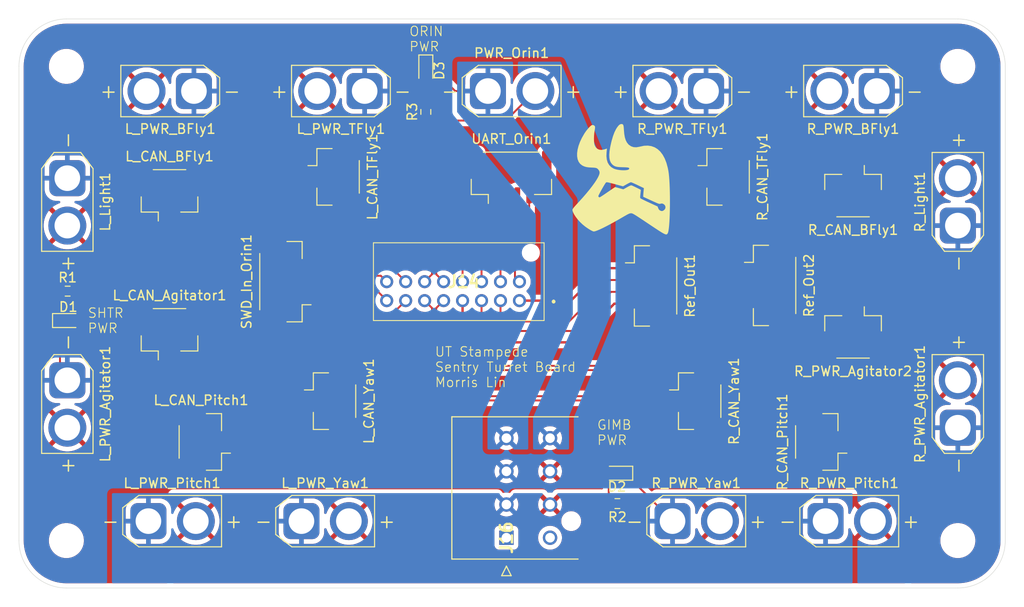
<source format=kicad_pcb>
(kicad_pcb (version 20241229) (generator "pcbnew") (generator_version "9.0")
  (layers (0 "F.Cu" signal) (2 "B.Cu" signal) (13 "F.Paste" user) (15 "B.Paste" user) (5 "F.SilkS" user "F.Silkscreen") (7 "B.SilkS" user "B.Silkscreen") (1 "F.Mask" user) (3 "B.Mask" user) (25 "Edge.Cuts" user))
  (net 0 "")
  (net 1 "/Shooter_{GND}")
  (net 2 "Net-(D1-A)")
  (net 3 "/Gimbal_{GND}")
  (net 4 "Net-(D2-A)")
  (net 5 "/OrinPWR_{GND}")
  (net 6 "Net-(D3-A)")
  (net 7 "/SWD_{SWCLK}")
  (net 8 "/CAN1+")
  (net 9 "/UART_{3V3}")
  (net 10 "/SWD_{GND}")
  (net 11 "/CAN1-")
  (net 12 "/UART_{RX}")
  (net 13 "/UART_{TX}")
  (net 14 "/Ref_{PWR}")
  (net 15 "/Ref_{CAN}-")
  (net 16 "/Ref_{CAN}+")
  (net 17 "/Ref_{GND}")
  (net 18 "/SWD_{3V3}")
  (net 19 "/SWD_{SWDIO}")
  (net 20 "/UART_{GND}")
  (net 21 "/OrinPWR_{+19V}")
  (net 22 "/Gimbal_{+24V}")
  (net 23 "/Shooter_{+24V}")
  (net 24 "/CAN2+")
  (net 25 "/CAN2-")
  (footprint "Connector_JST:JST_GH_BM02B-GHS-TBT_1x02-1MP_P1.25mm_Vertical" (layer "F.Cu") (at 110.45 40.75 180)
    (property "Reference" "R_CAN_BFly1" (at 0 -4 0) (layer "F.SilkS"))
    (property "Value" "Conn_01x02_Pin")
    (pad "1" smd roundrect (at -0.625 1.95 180) (size 0.6 1.7) (layers "F.Cu" "F.Mask" "F.Paste") (net 25 "/CAN2-"))
    (pad "2" smd roundrect (at 0.625 1.95 180) (size 0.6 1.7) (layers "F.Cu" "F.Mask" "F.Paste") (net 24 "/CAN2+"))
    (pad "MP" smd roundrect (at -2.475 -1.4 180) (size 1 2.8) (layers "F.Cu" "F.Mask" "F.Paste"))
    (pad "MP" smd roundrect (at 2.475 -1.4 180) (size 1 2.8) (layers "F.Cu" "F.Mask" "F.Paste"))
  )
  (footprint "LED_SMD:LED_0603_1608Metric_Pad1.05x0.95mm_HandSolder" (layer "F.Cu") (at 65.4 27.955 -90)
    (property "Reference" "D3" (at 0 -1.43 90) (layer "F.SilkS"))
    (property "Value" "150060YS75000")
    (pad "1" smd roundrect (at -0.875 0 270) (size 1.05 0.95) (layers "F.Cu" "F.Mask" "F.Paste") (net 5 "/OrinPWR_{GND}"))
    (pad "2" smd roundrect (at 0.875 0 270) (size 1.05 0.95) (layers "F.Cu" "F.Mask" "F.Paste") (net 6 "Net-(D3-A)"))
  )
  (footprint "MountingHole:MountingHole_3.2mm_M3" (layer "F.Cu") (at 27.5 77.5)
    (property "Reference" "H2" (hide yes))
    (property "Value" "MountingHole")
    (pad "" np_thru_hole circle (at 0 0) (size 3.2 3.2) (drill 3.2) (layers "*.Cu" "*.Mask"))
  )
  (footprint "Resistor_SMD:R_0603_1608Metric_Pad0.98x0.95mm_HandSolder" (layer "F.Cu") (at 65.4 32.3 90)
    (property "Reference" "R3" (at 0 -1.43 90) (layer "F.SilkS"))
    (property "Value" "1k")
    (pad "1" smd roundrect (at -0.9125 0 90) (size 0.975 0.95) (layers "F.Cu" "F.Mask" "F.Paste") (net 21 "/OrinPWR_{+19V}"))
    (pad "2" smd roundrect (at 0.9125 0 90) (size 0.975 0.95) (layers "F.Cu" "F.Mask" "F.Paste") (net 6 "Net-(D3-A)"))
  )
  (footprint "Connector_AMASS:AMASS_XT30U-F_1x02_P5.0mm_Vertical" (layer "F.Cu") (at 112.95 30.1 180)
    (property "Reference" "R_PWR_BFly1" (at 2.5 -4 0) (layer "F.SilkS"))
    (property "Value" "Conn_01x02_Pin")
    (fp_text user "+" (at 9 0 0) (layer "F.SilkS") (effects (font (size 1.5 1.5))))
    (fp_text user "-" (at -4 0 0) (layer "F.SilkS") (effects (font (size 1.5 1.5))))
    (pad "1" thru_hole roundrect (at 0 0 180) (size 3.8 3.8) (drill 2.7) (layers "*.Cu" "*.Mask") (roundrect_rratio 0.2) (net 1 "/Shooter_{GND}"))
    (pad "2" thru_hole circle (at 5 0 180) (size 4 4) (drill 2.7) (layers "*.Cu" "*.Mask") (net 23 "/Shooter_{+24V}"))
  )
  (footprint "Connector_JST:JST_GH_BM02B-GHS-TBT_1x02-1MP_P1.25mm_Vertical" (layer "F.Cu") (at 55.775 39.15 -90)
    (property "Reference" "L_CAN_TFly1" (at 0 -4 90) (layer "F.SilkS"))
    (property "Value" "Conn_01x02_Pin")
    (pad "1" smd roundrect (at -0.625 1.95 270) (size 0.6 1.7) (layers "F.Cu" "F.Mask" "F.Paste") (net 25 "/CAN2-"))
    (pad "2" smd roundrect (at 0.625 1.95 270) (size 0.6 1.7) (layers "F.Cu" "F.Mask" "F.Paste") (net 24 "/CAN2+"))
    (pad "MP" smd roundrect (at -2.475 -1.4 270) (size 1 2.8) (layers "F.Cu" "F.Mask" "F.Paste"))
    (pad "MP" smd roundrect (at 2.475 -1.4 270) (size 1 2.8) (layers "F.Cu" "F.Mask" "F.Paste"))
  )
  (footprint "MountingHole:MountingHole_3.2mm_M3" (layer "F.Cu") (at 27.5 27.5)
    (property "Reference" "H1" (hide yes))
    (property "Value" "MountingHole")
    (pad "" np_thru_hole circle (at 0 0) (size 3.2 3.2) (drill 3.2) (layers "*.Cu" "*.Mask"))
  )
  (footprint "Connector_AMASS:AMASS_XT30U-F_1x02_P5.0mm_Vertical" (layer "F.Cu") (at 94.95 30.1 180)
    (property "Reference" "R_PWR_TFly1" (at 2.5 -4 180) (layer "F.SilkS"))
    (property "Value" "Conn_01x02_Pin")
    (fp_text user "-" (at -4 0 180) (layer "F.SilkS") (effects (font (size 1.5 1.5))))
    (fp_text user "+" (at 9 0 180) (layer "F.SilkS") (effects (font (size 1.5 1.5))))
    (pad "1" thru_hole roundrect (at 0 0 180) (size 3.8 3.8) (drill 2.7) (layers "*.Cu" "*.Mask") (roundrect_rratio 0.2) (net 1 "/Shooter_{GND}"))
    (pad "2" thru_hole circle (at 5 0 180) (size 4 4) (drill 2.7) (layers "*.Cu" "*.Mask") (net 23 "/Shooter_{+24V}"))
  )
  (footprint "Connector_JST:JST_GH_BM02B-GHS-TBT_1x02-1MP_P1.25mm_Vertical" (layer "F.Cu") (at 55.4 62.8 -90)
    (property "Reference" "L_CAN_Yaw1" (at 0 -4 90) (layer "F.SilkS"))
    (property "Value" "Conn_01x02_Pin")
    (pad "1" smd roundrect (at -0.625 1.95 270) (size 0.6 1.7) (layers "F.Cu" "F.Mask" "F.Paste") (net 11 "/CAN1-"))
    (pad "2" smd roundrect (at 0.625 1.95 270) (size 0.6 1.7) (layers "F.Cu" "F.Mask" "F.Paste") (net 8 "/CAN1+"))
    (pad "MP" smd roundrect (at -2.475 -1.4 270) (size 1 2.8) (layers "F.Cu" "F.Mask" "F.Paste"))
    (pad "MP" smd roundrect (at 2.475 -1.4 270) (size 1 2.8) (layers "F.Cu" "F.Mask" "F.Paste"))
  )
  (footprint "LED_SMD:LED_0603_1608Metric_Pad1.05x0.95mm_HandSolder" (layer "F.Cu") (at 85.555 70.4 180)
    (property "Reference" "D2" (at 0 -1.43 0) (layer "F.SilkS"))
    (property "Value" "150060YS75000")
    (pad "1" smd roundrect (at -0.875 0 180) (size 1.05 0.95) (layers "F.Cu" "F.Mask" "F.Paste") (net 3 "/Gimbal_{GND}"))
    (pad "2" smd roundrect (at 0.875 0 180) (size 1.05 0.95) (layers "F.Cu" "F.Mask" "F.Paste") (net 4 "Net-(D2-A)"))
  )
  (footprint "Resistor_SMD:R_0603_1608Metric_Pad0.98x0.95mm_HandSolder" (layer "F.Cu") (at 85.6 73.6 180)
    (property "Reference" "R2" (at 0 -1.43 0) (layer "F.SilkS"))
    (property "Value" "1k")
    (pad "1" smd roundrect (at -0.9125 0 180) (size 0.975 0.95) (layers "F.Cu" "F.Mask" "F.Paste") (net 22 "/Gimbal_{+24V}"))
    (pad "2" smd roundrect (at 0.9125 0 180) (size 0.975 0.95) (layers "F.Cu" "F.Mask" "F.Paste") (net 4 "Net-(D2-A)"))
  )
  (footprint "Robomaster_Special:StampedeLogo" (layer "F.Cu") (at 86 39.4)
    (property "Reference" "G***" (hide yes))
    (property "Value" "LOGO" (hide yes))
  )
  (footprint "Robomaster_Connectors:5016451620" (layer "F.Cu") (at 69.425 50.2 180)
    (property "Reference" "J14" (at 0 0 180) (layer "F.SilkS") (effects (font (size 1.27 1.27) (thickness 0.254))))
    (property "Value" "501645-1620" (hide yes))
    (pad "" np_thru_hole circle (at -7.05 3.05 180) (size 1.4 1.4) (drill 1.4) (layers "*.Cu" "*.Mask"))
    (pad "1" thru_hole circle (at -5.85 -2 180) (size 1.381 1.381) (drill 0.85) (layers "*.Cu" "*.Mask") (net 17 "/Ref_{GND}"))
    (pad "2" thru_hole circle (at -5.85 0 180) (size 1.381 1.381) (drill 0.85) (layers "*.Cu" "*.Mask") (net 9 "/UART_{3V3}"))
    (pad "3" thru_hole circle (at -3.85 -2 180) (size 1.381 1.381) (drill 0.85) (layers "*.Cu" "*.Mask") (net 15 "/Ref_{CAN}-"))
    (pad "4" thru_hole circle (at -3.85 0 180) (size 1.381 1.381) (drill 0.85) (layers "*.Cu" "*.Mask") (net 12 "/UART_{RX}"))
    (pad "5" thru_hole circle (at -1.85 -2 180) (size 1.381 1.381) (drill 0.85) (layers "*.Cu" "*.Mask") (net 16 "/Ref_{CAN}+"))
    (pad "6" thru_hole circle (at -1.85 0 180) (size 1.381 1.381) (drill 0.85) (layers "*.Cu" "*.Mask") (net 13 "/UART_{TX}"))
    (pad "7" thru_hole circle (at 0.15 -2 180) (size 1.381 1.381) (drill 0.85) (layers "*.Cu" "*.Mask") (net 14 "/Ref_{PWR}"))
    (pad "8" thru_hole circle (at 0.15 0 180) (size 1.381 1.381) (drill 0.85) (layers "*.Cu" "*.Mask") (net 20 "/UART_{GND}"))
    (pad "9" thru_hole circle (at 2.15 -2 180) (size 1.381 1.381) (drill 0.85) (layers "*.Cu" "*.Mask") (net 11 "/CAN1-"))
    (pad "10" thru_hole circle (at 2.15 0 180) (size 1.381 1.381) (drill 0.85) (layers "*.Cu" "*.Mask") (net 25 "/CAN2-"))
    (pad "11" thru_hole circle (at 4.15 -2 180) (size 1.381 1.381) (drill 0.85) (layers "*.Cu" "*.Mask") (net 8 "/CAN1+"))
    (pad "12" thru_hole circle (at 4.15 0 180) (size 1.381 1.381) (drill 0.85) (layers "*.Cu" "*.Mask") (net 24 "/CAN2+"))
    (pad "13" thru_hole circle (at 6.15 -2 180) (size 1.381 1.381) (drill 0.85) (layers "*.Cu" "*.Mask") (net 10 "/SWD_{GND}"))
    (pad "14" thru_hole circle (at 6.15 0 180) (size 1.381 1.381) (drill 0.85) (layers "*.Cu" "*.Mask") (net 18 "/SWD_{3V3}"))
    (pad "15" thru_hole circle (at 8.15 -2 180) (size 1.381 1.381) (drill 0.85) (layers "*.Cu" "*.Mask") (net 19 "/SWD_{SWDIO}"))
    (pad "16" thru_hole circle (at 8.15 0 180) (size 1.381 1.381) (drill 0.85) (layers "*.Cu" "*.Mask") (net 7 "/SWD_{SWCLK}"))
  )
  (footprint "Connector_AMASS:AMASS_XT30U-F_1x02_P5.0mm_Vertical" (layer "F.Cu") (at 121.5 44.2879 90)
    (property "Reference" "R_Light1" (at 2.5 -4 90) (layer "F.SilkS"))
    (property "Value" "Conn_01x02_Pin")
    (fp_text user "+" (at 9 0 90) (layer "F.SilkS") (effects (font (size 1.5 1.5))))
    (fp_text user "-" (at -4 0 90) (layer "F.SilkS") (effects (font (size 1.5 1.5))))
    (pad "1" thru_hole roundrect (at 0 0 90) (size 3.8 3.8) (drill 2.7) (layers "*.Cu" "*.Mask") (roundrect_rratio 0.2) (net 1 "/Shooter_{GND}"))
    (pad "2" thru_hole circle (at 5 0 90) (size 4 4) (drill 2.7) (layers "*.Cu" "*.Mask") (net 23 "/Shooter_{+24V}"))
  )
  (footprint "Connector_AMASS:AMASS_XT30U-F_1x02_P5.0mm_Vertical" (layer "F.Cu") (at 40.95 30.1 180)
    (property "Reference" "L_PWR_BFly1" (at 2.5 -4 0) (layer "F.SilkS"))
    (property "Value" "Conn_01x02_Pin")
    (fp_text user "+" (at 9 0 0) (layer "F.SilkS") (effects (font (size 1.5 1.5))))
    (fp_text user "-" (at -4 0 0) (layer "F.SilkS") (effects (font (size 1.5 1.5))))
    (pad "1" thru_hole roundrect (at 0 0 180) (size 3.8 3.8) (drill 2.7) (layers "*.Cu" "*.Mask") (roundrect_rratio 0.2) (net 1 "/Shooter_{GND}"))
    (pad "2" thru_hole circle (at 5 0 180) (size 4 4) (drill 2.7) (layers "*.Cu" "*.Mask") (net 23 "/Shooter_{+24V}"))
  )
  (footprint "Connector_JST:JST_GH_BM02B-GHS-TBT_1x02-1MP_P1.25mm_Vertical" (layer "F.Cu") (at 107 67.1 90)
    (property "Reference" "R_CAN_Pitch1" (at 0 -4 270) (layer "F.SilkS"))
    (property "Value" "Conn_01x02_Pin")
    (pad "1" smd roundrect (at -0.625 1.95 90) (size 0.6 1.7) (layers "F.Cu" "F.Mask" "F.Paste") (net 25 "/CAN2-"))
    (pad "2" smd roundrect (at 0.625 1.95 90) (size 0.6 1.7) (layers "F.Cu" "F.Mask" "F.Paste") (net 24 "/CAN2+"))
    (pad "MP" smd roundrect (at -2.475 -1.4 90) (size 1 2.8) (layers "F.Cu" "F.Mask" "F.Paste"))
    (pad "MP" smd roundrect (at 2.475 -1.4 90) (size 1 2.8) (layers "F.Cu" "F.Mask" "F.Paste"))
  )
  (footprint "Connector_AMASS:AMASS_XT30U-F_1x02_P5.0mm_Vertical" (layer "F.Cu") (at 27.6 39.2879 -90)
    (property "Reference" "L_Light1" (at 2.5 -4 270) (layer "F.SilkS"))
    (property "Value" "Conn_01x02_Pin")
    (fp_text user "+" (at 9 0 270) (layer "F.SilkS") (effects (font (size 1.5 1.5))))
    (fp_text user "-" (at -4 0 270) (layer "F.SilkS") (effects (font (size 1.5 1.5))))
    (pad "1" thru_hole roundrect (at 0 0 270) (size 3.8 3.8) (drill 2.7) (layers "*.Cu" "*.Mask") (roundrect_rratio 0.2) (net 1 "/Shooter_{GND}"))
    (pad "2" thru_hole circle (at 5 0 270) (size 4 4) (drill 2.7) (layers "*.Cu" "*.Mask") (net 23 "/Shooter_{+24V}"))
  )
  (footprint "Connector_JST:JST_GH_BM02B-GHS-TBT_1x02-1MP_P1.25mm_Vertical" (layer "F.Cu") (at 96.9 39.15 -90)
    (property "Reference" "R_CAN_TFly1" (at 0 -4 90) (layer "F.SilkS"))
    (property "Value" "Conn_01x02_Pin")
    (pad "1" smd roundrect (at -0.625 1.95 270) (size 0.6 1.7) (layers "F.Cu" "F.Mask" "F.Paste") (net 25 "/CAN2-"))
    (pad "2" smd roundrect (at 0.625 1.95 270) (size 0.6 1.7) (layers "F.Cu" "F.Mask" "F.Paste") (net 24 "/CAN2+"))
    (pad "MP" smd roundrect (at -2.475 -1.4 270) (size 1 2.8) (layers "F.Cu" "F.Mask" "F.Paste"))
    (pad "MP" smd roundrect (at 2.475 -1.4 270) (size 1 2.8) (layers "F.Cu" "F.Mask" "F.Paste"))
  )
  (footprint "Connector_AMASS:AMASS_XT30U-F_1x02_P5.0mm_Vertical" (layer "F.Cu") (at 27.6 60.6 -90)
    (property "Reference" "L_PWR_Agitator1" (at 2.5 -4 270) (layer "F.SilkS"))
    (property "Value" "Conn_01x02_Pin")
    (fp_text user "-" (at -4 0 270) (layer "F.SilkS") (effects (font (size 1.5 1.5))))
    (fp_text user "+" (at 9 0 270) (layer "F.SilkS") (effects (font (size 1.5 1.5))))
    (pad "1" thru_hole roundrect (at 0 0 270) (size 3.8 3.8) (drill 2.7) (layers "*.Cu" "*.Mask") (roundrect_rratio 0.2) (net 1 "/Shooter_{GND}"))
    (pad "2" thru_hole circle (at 5 0 270) (size 4 4) (drill 2.7) (layers "*.Cu" "*.Mask") (net 23 "/Shooter_{+24V}"))
  )
  (footprint "Connector_JST:JST_GH_BM02B-GHS-TBT_1x02-1MP_P1.25mm_Vertical" (layer "F.Cu") (at 42 67.1 90)
    (property "Reference" "L_CAN_Pitch1" (at 4.4 -0.3 180) (layer "F.SilkS"))
    (property "Value" "Conn_01x02_Pin")
    (pad "1" smd roundrect (at -0.625 1.95 90) (size 0.6 1.7) (layers "F.Cu" "F.Mask" "F.Paste") (net 25 "/CAN2-"))
    (pad "2" smd roundrect (at 0.625 1.95 90) (size 0.6 1.7) (layers "F.Cu" "F.Mask" "F.Paste") (net 24 "/CAN2+"))
    (pad "MP" smd roundrect (at -2.475 -1.4 90) (size 1 2.8) (layers "F.Cu" "F.Mask" "F.Paste"))
    (pad "MP" smd roundrect (at 2.475 -1.4 90) (size 1 2.8) (layers "F.Cu" "F.Mask" "F.Paste"))
  )
  (footprint "Connector_JST:JST_GH_BM04B-GHS-TBT_1x04-1MP_P1.25mm_Vertical" (layer "F.Cu") (at 101.8 50.6 -90)
    (property "Reference" "Ref_Out2" (at 0 -4 90) (layer "F.SilkS"))
    (property "Value" "Conn_01x04_Pin")
    (pad "1" smd roundrect (at -1.875 1.95 270) (size 0.6 1.7) (layers "F.Cu" "F.Mask" "F.Paste") (net 17 "/Ref_{GND}"))
    (pad "2" smd roundrect (at -0.625 1.95 270) (size 0.6 1.7) (layers "F.Cu" "F.Mask" "F.Paste") (net 15 "/Ref_{CAN}-"))
    (pad "3" smd roundrect (at 0.625 1.95 270) (size 0.6 1.7) (layers "F.Cu" "F.Mask" "F.Paste") (net 16 "/Ref_{CAN}+"))
    (pad "4" smd roundrect (at 1.875 1.95 270) (size 0.6 1.7) (layers "F.Cu" "F.Mask" "F.Paste") (net 14 "/Ref_{PWR}"))
    (pad "MP" smd roundrect (at -3.725 -1.4 270) (size 1 2.8) (layers "F.Cu" "F.Mask" "F.Paste"))
    (pad "MP" smd roundrect (at 3.725 -1.4 270) (size 1 2.8) (layers "F.Cu" "F.Mask" "F.Paste"))
  )
  (footprint "Resistor_SMD:R_0603_1608Metric_Pad0.98x0.95mm_HandSolder" (layer "F.Cu") (at 27.6325 51.2)
    (property "Reference" "R1" (at 0 -1.43 0) (layer "F.SilkS"))
    (property "Value" "1k")
    (pad "1" smd roundrect (at -0.9125 0) (size 0.975 0.95) (layers "F.Cu" "F.Mask" "F.Paste") (net 23 "/Shooter_{+24V}"))
    (pad "2" smd roundrect (at 0.9125 0) (size 0.975 0.95) (layers "F.Cu" "F.Mask" "F.Paste") (net 2 "Net-(D1-A)"))
  )
  (footprint "Connector_JST:JST_GH_BM02B-GHS-TBT_1x02-1MP_P1.25mm_Vertical" (layer "F.Cu") (at 38.375 41)
    (property "Reference" "L_CAN_BFly1" (at 0 -4 0) (layer "F.SilkS"))
    (property "Value" "Conn_01x02_Pin")
    (pad "1" smd roundrect (at -0.625 1.95) (size 0.6 1.7) (layers "F.Cu" "F.Mask" "F.Paste") (net 25 "/CAN2-"))
    (pad "2" smd roundrect (at 0.625 1.95) (size 0.6 1.7) (layers "F.Cu" "F.Mask" "F.Paste") (net 24 "/CAN2+"))
    (pad "MP" smd roundrect (at -2.475 -1.4) (size 1 2.8) (layers "F.Cu" "F.Mask" "F.Paste"))
    (pad "MP" smd roundrect (at 2.475 -1.4) (size 1 2.8) (layers "F.Cu" "F.Mask" "F.Paste"))
  )
  (footprint "Connector_JST:JST_GH_BM04B-GHS-TBT_1x04-1MP_P1.25mm_Vertical" (layer "F.Cu") (at 89.25 50.65 -90)
    (property "Reference" "Ref_Out1" (at 0 -4 90) (layer "F.SilkS"))
    (property "Value" "Conn_01x04_Pin")
    (pad "1" smd roundrect (at -1.875 1.95 270) (size 0.6 1.7) (layers "F.Cu" "F.Mask" "F.Paste") (net 17 "/Ref_{GND}"))
    (pad "2" smd roundrect (at -0.625 1.95 270) (size 0.6 1.7) (layers "F.Cu" "F.Mask" "F.Paste") (net 15 "/Ref_{CAN}-"))
    (pad "3" smd roundrect (at 0.625 1.95 270) (size 0.6 1.7) (layers "F.Cu" "F.Mask" "F.Paste") (net 16 "/Ref_{CAN}+"))
    (pad "4" smd roundrect (at 1.875 1.95 270) (size 0.6 1.7) (layers "F.Cu" "F.Mask" "F.Paste") (net 14 "/Ref_{PWR}"))
    (pad "MP" smd roundrect (at -3.725 -1.4 270) (size 1 2.8) (layers "F.Cu" "F.Mask" "F.Paste"))
    (pad "MP" smd roundrect (at 3.725 -1.4 270) (size 1 2.8) (layers "F.Cu" "F.Mask" "F.Paste"))
  )
  (footprint "Connector_AMASS:AMASS_XT30U-F_1x02_P5.0mm_Vertical" (layer "F.Cu") (at 121.5 65.6 90)
    (property "Reference" "R_PWR_Agitator1" (at 2.5 -4 90) (layer "F.SilkS"))
    (property "Value" "Conn_01x02_Pin")
    (fp_text user "+" (at 9 0 90) (layer "F.SilkS") (effects (font (size 1.5 1.5))))
    (fp_text user "-" (at -4 0 90) (layer "F.SilkS") (effects (font (size 1.5 1.5))))
    (pad "1" thru_hole roundrect (at 0 0 90) (size 3.8 3.8) (drill 2.7) (layers "*.Cu" "*.Mask") (roundrect_rratio 0.2) (net 1 "/Shooter_{GND}"))
    (pad "2" thru_hole circle (at 5 0 90) (size 4 4) (drill 2.7) (layers "*.Cu" "*.Mask") (net 23 "/Shooter_{+24V}"))
  )
  (footprint "Connector_AMASS:AMASS_XT30U-F_1x02_P5.0mm_Vertical" (layer "F.Cu") (at 58.95 30.1 180)
    (property "Reference" "L_PWR_TFly1" (at 2.5 -4 0) (layer "F.SilkS"))
    (property "Value" "Conn_01x02_Pin")
    (fp_text user "+" (at 9 0 0) (layer "F.SilkS") (effects (font (size 1.5 1.5))))
    (fp_text user "-" (at -4 0 0) (layer "F.SilkS") (effects (font (size 1.5 1.5))))
    (pad "1" thru_hole roundrect (at 0 0 180) (size 3.8 3.8) (drill 2.7) (layers "*.Cu" "*.Mask") (roundrect_rratio 0.2) (net 1 "/Shooter_{GND}"))
    (pad "2" thru_hole circle (at 5 0 180) (size 4 4) (drill 2.7) (layers "*.Cu" "*.Mask") (net 23 "/Shooter_{+24V}"))
  )
  (footprint "Connector_AMASS:AMASS_XT30U-F_1x02_P5.0mm_Vertical" (layer "F.Cu") (at 71.95 30.1)
    (property "Reference" "PWR_Orin1" (at 2.5 -4 0) (layer "F.SilkS"))
    (property "Value" "Conn_01x02_Pin")
    (fp_text user "-" (at -4 0 0) (layer "F.SilkS") (effects (font (size 1.5 1.5))))
    (fp_text user "+" (at 9 0 0) (layer "F.SilkS") (effects (font (size 1.5 1.5))))
    (pad "1" thru_hole roundrect (at 0 0) (size 3.8 3.8) (drill 2.7) (layers "*.Cu" "*.Mask") (roundrect_rratio 0.2) (net 5 "/OrinPWR_{GND}"))
    (pad "2" thru_hole circle (at 5 0) (size 4 4) (drill 2.7) (layers "*.Cu" "*.Mask") (net 21 "/OrinPWR_{+19V}"))
  )
  (footprint "MountingHole:MountingHole_3.2mm_M3" (layer "F.Cu") (at 121.5 77.5)
    (property "Reference" "H4" (hide yes))
    (property "Value" "MountingHole")
    (pad "" np_thru_hole circle (at 0 0) (size 3.2 3.2) (drill 3.2) (layers "*.Cu" "*.Mask"))
  )
  (footprint "Connector_AMASS:AMASS_XT30U-F_1x02_P5.0mm_Vertical" (layer "F.Cu") (at 91.414625 75.45)
    (property "Reference" "R_PWR_Yaw1" (at 2.5 -4 0) (layer "F.SilkS"))
    (property "Value" "Conn_01x02_Pin")
    (fp_text user "-" (at -4 0 0) (layer "F.SilkS") (effects (font (size 1.5 1.5))))
    (fp_text user "+" (at 9 0 0) (layer "F.SilkS") (effects (font (size 1.5 1.5))))
    (pad "1" thru_hole roundrect (at 0 0) (size 3.8 3.8) (drill 2.7) (layers "*.Cu" "*.Mask") (roundrect_rratio 0.2) (net 3 "/Gimbal_{GND}"))
    (pad "2" thru_hole circle (at 5 0) (size 4 4) (drill 2.7) (layers "*.Cu" "*.Mask") (net 22 "/Gimbal_{+24V}"))
  )
  (footprint "Connector_JST:JST_GH_BM04B-GHS-TBT_1x04-1MP_P1.25mm_Vertical" (layer "F.Cu") (at 50.5 50.2 90)
    (property "Reference" "SWD_In_Orin1" (at 0 -4 90) (layer "F.SilkS"))
    (property "Value" "Conn_01x04_Pin")
    (pad "1" smd roundrect (at -1.875 1.95 90) (size 0.6 1.7) (layers "F.Cu" "F.Mask" "F.Paste") (net 10 "/SWD_{GND}"))
    (pad "2" smd roundrect (at -0.625 1.95 90) (size 0.6 1.7) (layers "F.Cu" "F.Mask" "F.Paste") (net 19 "/SWD_{SWDIO}"))
    (pad "3" smd roundrect (at 0.625 1.95 90) (size 0.6 1.7) (layers "F.Cu" "F.Mask" "F.Paste") (net 7 "/SWD_{SWCLK}"))
    (pad "4" smd roundrect (at 1.875 1.95 90) (size 0.6 1.7) (layers "F.Cu" "F.Mask" "F.Paste") (net 18 "/SWD_{3V3}"))
    (pad "MP" smd roundrect (at -3.725 -1.4 90) (size 1 2.8) (layers "F.Cu" "F.Mask" "F.Paste"))
    (pad "MP" smd roundrect (at 3.725 -1.4 90) (size 1 2.8) (layers "F.Cu" "F.Mask" "F.Paste"))
  )
  (footprint "Connector_AMASS:AMASS_XT30U-F_1x02_P5.0mm_Vertical" (layer "F.Cu") (at 36.15 75.45)
    (property "Reference" "L_PWR_Pitch1" (at 2.5 -4 180) (layer "F.SilkS"))
    (property "Value" "Conn_01x02_Pin")
    (fp_text user "-" (at -4 0 180) (layer "F.SilkS") (effects (font (size 1.5 1.5))))
    (fp_text user "+" (at 9 0 180) (layer "F.SilkS") (effects (font (size 1.5 1.5))))
    (pad "1" thru_hole roundrect (at 0 0) (size 3.8 3.8) (drill 2.7) (layers "*.Cu" "*.Mask") (roundrect_rratio 0.2) (net 3 "/Gimbal_{GND}"))
    (pad "2" thru_hole circle (at 5 0) (size 4 4) (drill 2.7) (layers "*.Cu" "*.Mask") (net 22 "/Gimbal_{+24V}"))
  )
  (footprint "Robomaster_Connectors:172298-YY08" (layer "F.Cu") (at 73.9 77.2 90)
    (property "Reference" "J16" (at 0 0 90) (layer "F.SilkS") (effects (font (size 1.27 1.27) (thickness 0.254))))
    (property "Value" "172298-1108" (hide yes))
    (pad "" np_thru_hole circle (at 1.75 6.83 90) (size 1.6 1.6) (drill 1.6) (layers "*.Cu" "*.Mask"))
    (pad "1" thru_hole rect (at 0 0 90) (size 1.52 1.52) (drill 1.02) (layers "*.Cu" "*.Mask"))
    (pad "2" thru_hole circle (at 3.5 0 90) (size 1.52 1.52) (drill 1.02) (layers "*.Cu" "*.Mask") (net 3 "/Gimbal_{GND}"))
    (pad "3" thru_hole circle (at 7 0 90) (size 1.52 1.52) (drill 1.02) (layers "*.Cu" "*.Mask") (net 1 "/Shooter_{GND}"))
    (pad "4" thru_hole circle (at 10.5 0 90) (size 1.52 1.52) (drill 1.02) (layers "*.Cu" "*.Mask") (net 5 "/OrinPWR_{GND}"))
    (pad "5" thru_hole circle (at 0 4.6 90) (size 1.52 1.52) (drill 1.02) (layers "*.Cu" "*.Mask"))
    (pad "6" thru_hole circle (at 3.5 4.6 90) (size 1.52 1.52) (drill 1.02) (layers "*.Cu" "*.Mask") (net 22 "/Gimbal_{+24V}"))
    (pad "7" thru_hole circle (at 7 4.6 90) (size 1.52 1.52) (drill 1.02) (layers "*.Cu" "*.Mask") (net 23 "/Shooter_{+24V}"))
    (pad "8" thru_hole circle (at 10.5 4.6 90) (size 1.52 1.52) (drill 1.02) (layers "*.Cu" "*.Mask") (net 21 "/OrinPWR_{+19V}"))
  )
  (footprint "Connector_AMASS:AMASS_XT30U-F_1x02_P5.0mm_Vertical" (layer "F.Cu") (at 107.55 75.45)
    (property "Reference" "R_PWR_Pitch1" (at 2.5 -4 180) (layer "F.SilkS"))
    (property "Value" "Conn_01x02_Pin")
    (fp_text user "+" (at 9 0 180) (layer "F.SilkS") (effects (font (size 1.5 1.5))))
    (fp_text user "-" (at -4 0 180) (layer "F.SilkS") (effects (font (size 1.5 1.5))))
    (pad "1" thru_hole roundrect (at 0 0) (size 3.8 3.8) (drill 2.7) (layers "*.Cu" "*.Mask") (roundrect_rratio 0.2) (net 3 "/Gimbal_{GND}"))
    (pad "2" thru_hole circle (at 5 0) (size 4 4) (drill 2.7) (layers "*.Cu" "*.Mask") (net 22 "/Gimbal_{+24V}"))
  )
  (footprint "Connector_AMASS:AMASS_XT30U-F_1x02_P5.0mm_Vertical" (layer "F.Cu") (at 52.285375 75.45)
    (property "Reference" "L_PWR_Yaw1" (at 2.5 -4 0) (layer "F.SilkS"))
    (property "Value" "Conn_01x02_Pin")
    (fp_text user "+" (at 9 0 0) (layer "F.SilkS") (effects (font (size 1.5 1.5))))
    (fp_text user "-" (at -4 0 0) (layer "F.SilkS") (effects (font (size 1.5 1.5))))
    (pad "1" thru_hole roundrect (at 0 0) (size 3.8 3.8) (drill 2.7) (layers "*.Cu" "*.Mask") (roundrect_rratio 0.2) (net 3 "/Gimbal_{GND}"))
    (pad "2" thru_hole circle (at 5 0) (size 4 4) (drill 2.7) (layers "*.Cu" "*.Mask") (net 22 "/Gimbal_{+24V}"))
  )
  (footprint "Connector_JST:JST_GH_BM04B-GHS-TBT_1x04-1MP_P1.25mm_Vertical" (layer "F.Cu") (at 74.425 39.15)
    (property "Reference" "UART_Orin1" (at 0 -4 0) (layer "F.SilkS"))
    (property "Value" "Conn_01x04_Pin")
    (pad "1" smd roundrect (at -1.875 1.95) (size 0.6 1.7) (layers "F.Cu" "F.Mask" "F.Paste") (net 20 "/UART_{GND}"))
    (pad "2" smd roundrect (at -0.625 1.95) (size 0.6 1.7) (layers "F.Cu" "F.Mask" "F.Paste") (net 13 "/UART_{TX}"))
    (pad "3" smd roundrect (at 0.625 1.95) (size 0.6 1.7) (layers "F.Cu" "F.Mask" "F.Paste") (net 12 "/UART_{RX}"))
    (pad "4" smd roundrect (at 1.875 1.95) (size 0.6 1.7) (layers "F.Cu" "F.Mask" "F.Paste") (net 9 "/UART_{3V3}"))
    (pad "MP" smd roundrect (at -3.725 -1.4) (size 1 2.8) (layers "F.Cu" "F.Mask" "F.Paste"))
    (pad "MP" smd roundrect (at 3.725 -1.4) (size 1 2.8) (layers "F.Cu" "F.Mask" "F.Paste"))
  )
  (footprint "Connector_JST:JST_GH_BM02B-GHS-TBT_1x02-1MP_P1.25mm_Vertical" (layer "F.Cu") (at 93.9 62.8 -90)
    (property "Reference" "R_CAN_Yaw1" (at 0 -4 90) (layer "F.SilkS"))
    (property "Value" "Conn_01x02_Pin")
    (pad "1" smd roundrect (at -0.625 1.95 270) (size 0.6 1.7) (layers "F.Cu" "F.Mask" "F.Paste") (net 11 "/CAN1-"))
    (pad "2" smd roundrect (at 0.625 1.95 270) (size 0.6 1.7) (layers "F.Cu" "F.Mask" "F.Paste") (net 8 "/CAN1+"))
    (pad "MP" smd roundrect (at -2.475 -1.4 270) (size 1 2.8) (layers "F.Cu" "F.Mask" "F.Paste"))
    (pad "MP" smd roundrect (at 2.475 -1.4 270) (size 1 2.8) (layers "F.Cu" "F.Mask" "F.Paste"))
  )
  (footprint "Connector_JST:JST_GH_BM02B-GHS-TBT_1x02-1MP_P1.25mm_Vertical" (layer "F.Cu") (at 38.375 55.65)
    (property "Reference" "L_CAN_Agitator1" (at 0 -4 0) (layer "F.SilkS"))
    (property "Value" "Conn_01x02_Pin")
    (pad "1" smd roundrect (at -0.625 1.95) (size 0.6 1.7) (layers "F.Cu" "F.Mask" "F.Paste") (net 25 "/CAN2-"))
    (pad "2" smd roundrect (at 0.625 1.95) (size 0.6 1.7) (layers "F.Cu" "F.Mask" "F.Paste") (net 24 "/CAN2+"))
    (pad "MP" smd roundrect (at -2.475 -1.4) (size 1 2.8) (layers "F.Cu" "F.Mask" "F.Paste"))
    (pad "MP" smd roundrect (at 2.475 -1.4) (size 1 2.8) (layers "F.Cu" "F.Mask" "F.Paste"))
  )
  (footprint "Connector_JST:JST_GH_BM02B-GHS-TBT_1x02-1MP_P1.25mm_Vertical" (layer "F.Cu") (at 110.45 55.65 180)
    (property "Reference" "R_PWR_Agitator2" (at 0 -4 180) (layer "F.SilkS"))
    (property "Value" "Conn_01x02_Pin")
    (pad "1" smd roundrect (at -0.625 1.95 180) (size 0.6 1.7) (layers "F.Cu" "F.Mask" "F.Paste") (net 25 "/CAN2-"))
    (pad "2" smd roundrect (at 0.625 1.95 180) (size 0.6 1.7) (layers "F.Cu" "F.Mask" "F.Paste") (net 24 "/CAN2+"))
    (pad "MP" smd roundrect (at -2.475 -1.4 180) (size 1 2.8) (layers "F.Cu" "F.Mask" "F.Paste"))
    (pad "MP" smd roundrect (at 2.475 -1.4 180) (size 1 2.8) (layers "F.Cu" "F.Mask" "F.Paste"))
  )
  (footprint "MountingHole:MountingHole_3.2mm_M3" (layer "F.Cu") (at 121.5 27.5)
    (property "Reference" "H3" (hide yes))
    (property "Value" "MountingHole")
    (pad "" np_thru_hole circle (at 0 0) (size 3.2 3.2) (drill 3.2) (layers "*.Cu" "*.Mask"))
  )
  (footprint "LED_SMD:LED_0603_1608Metric_Pad1.05x0.95mm_HandSolder" (layer "F.Cu") (at 27.7 54.3)
    (property "Reference" "D1" (at 0 -1.43 0) (layer "F.SilkS"))
    (property "Value" "150060YS75000")
    (pad "1" smd roundrect (at -0.875 0) (size 1.05 0.95) (layers "F.Cu" "F.Mask" "F.Paste") (net 1 "/Shooter_{GND}"))
    (pad "2" smd roundrect (at 0.875 0) (size 1.05 0.95) (layers "F.Cu" "F.Mask" "F.Paste") (net 2 "Net-(D1-A)"))
  )
  (gr_arc (start 27.5 82.5) (mid 23.964466 81.035534) (end 22.5 77.5) (stroke (width 0.05)) (layer "Edge.Cuts"))
  (gr_line (start 126.5 27.5) (end 126.5 77.5) (stroke (width 0.05)) (layer "Edge.Cuts"))
  (gr_arc (start 22.5 27.5) (mid 23.964466 23.964466) (end 27.5 22.5) (stroke (width 0.05)) (layer "Edge.Cuts"))
  (gr_arc (start 126.5 77.5) (mid 125.035534 81.035534) (end 121.5 82.5) (stroke (width 0.05)) (layer "Edge.Cuts"))
  (gr_line (start 22.5 77.5) (end 22.5 27.5) (stroke (width 0.05)) (layer "Edge.Cuts"))
  (gr_line (start 27.5 22.5) (end 121.5 22.5) (stroke (width 0.05)) (layer "Edge.Cuts"))
  (gr_arc (start 121.5 22.5) (mid 125.035534 23.964466) (end 126.5 27.5) (stroke (width 0.05)) (layer "Edge.Cuts"))
  (gr_line (start 121.5 82.5) (end 27.5 82.5) (stroke (width 0.05)) (layer "Edge.Cuts"))
  (gr_text "GIMB\nPWR" (at 83.4 67.5 0) (layer "F.SilkS") (effects (font (size 1 1) (thickness 0.1)) (justify left bottom)))
  (gr_text "UT Stampede\nSentry Turret Board\nMorris Lin" (at 66.3 61.4 0) (layer "F.SilkS") (effects (font (size 1 1) (thickness 0.1)) (justify left bottom)))
  (gr_text "SHTR\nPWR" (at 29.7 55.7 0) (layer "F.SilkS") (effects (font (size 1 1) (thickness 0.1)) (justify left bottom)))
  (gr_text "ORIN\nPWR" (at 63.6 26 0) (layer "F.SilkS") (effects (font (size 1 1) (thickness 0.1)) (justify left bottom)))
  (segment (start 26.825 59.825) (end 27.6 60.6) (width 0.2) (layer "F.Cu") (net 1))
  (segment (start 26.825 54.3) (end 26.825 59.825) (width 0.2) (layer "F.Cu") (net 1))
  (segment (start 28.545 54.27) (end 28.575 54.3) (width 0.2) (layer "F.Cu") (net 2))
  (segment (start 28.545 51.2) (end 28.545 54.27) (width 0.2) (layer "F.Cu") (net 2))
  (segment (start 86.3 70.3) (end 91.414625 75.414625) (width 0.2) (layer "F.Cu") (net 3))
  (segment (start 91.414625 75.414625) (end 91.414625 75.45) (width 0.2) (layer "F.Cu") (net 3))
  (segment (start 84.8 70.7) (end 84.6875 70.8125) (width 0.2) (layer "F.Cu") (net 4))
  (segment (start 84.6875 70.8125) (end 84.6875 73.6) (width 0.2) (layer "F.Cu") (net 4))
  (segment (start 68.5 30.1) (end 71.95 30.1) (width 0.2) (layer "F.Cu") (net 5))
  (segment (start 65.3 26.9) (end 68.5 30.1) (width 0.2) (layer "F.Cu") (net 5))
  (segment (start 65.4 28.83) (end 65.4 31.3875) (width 0.2) (layer "F.Cu") (net 6))
  (segment (start 60.65 49.575) (end 61.275 50.2) (width 0.2) (layer "F.Cu") (net 7))
  (segment (start 52.45 49.575) (end 60.65 49.575) (width 0.2) (layer "F.Cu") (net 7))
  (segment (start 53.45 63.425) (end 52.174999 63.425) (width 0.2) (layer "F.Cu") (net 8))
  (segment (start 91 63.025) (end 91.4 63.425) (width 0.2) (layer "F.Cu") (net 8))
  (segment (start 54.725001 63.425) (end 55.125001 63.025) (width 0.2) (layer "F.Cu") (net 8))
  (segment (start 66.049999 55.231803) (end 66.049999 52.974999) (width 0.2) (layer "F.Cu") (net 8))
  (segment (start 91.4 63.425) (end 91.95 63.425) (width 0.2) (layer "F.Cu") (net 8))
  (segment (start 86.606802 59.525) (end 90.106802 63.025) (width 0.2) (layer "F.Cu") (net 8))
  (segment (start 65.206802 56.075) (end 66.049999 55.231803) (width 0.2) (layer "F.Cu") (net 8))
  (segment (start 51.506802 56.075) (end 65.206802 56.075) (width 0.2) (layer "F.Cu") (net 8))
  (segment (start 62.293198 59.525) (end 86.606802 59.525) (width 0.2) (layer "F.Cu") (net 8))
  (segment (start 53.45 63.425) (end 54.725001 63.425) (width 0.2) (layer "F.Cu") (net 8))
  (segment (start 49.775 61.593198) (end 49.775 57.806802) (width 0.2) (layer "F.Cu") (net 8))
  (segment (start 49.775 57.806802) (end 51.506802 56.075) (width 0.2) (layer "F.Cu") (net 8))
  (segment (start 52.174999 63.425) (end 51.774999 63.025) (width 0.2) (layer "F.Cu") (net 8))
  (segment (start 55.125001 63.025) (end 58.793198 63.025) (width 0.2) (layer "F.Cu") (net 8))
  (segment (start 66.049999 52.974999) (end 65.275 52.2) (width 0.2) (layer "F.Cu") (net 8))
  (segment (start 51.774999 63.025) (end 51.206802 63.025) (width 0.2) (layer "F.Cu") (net 8))
  (segment (start 58.793198 63.025) (end 62.293198 59.525) (width 0.2) (layer "F.Cu") (net 8))
  (segment (start 51.206802 63.025) (end 49.775 61.593198) (width 0.2) (layer "F.Cu") (net 8))
  (segment (start 90.106802 63.025) (end 91 63.025) (width 0.2) (layer "F.Cu") (net 8))
  (segment (start 74.8 49.725) (end 74.8 46.3) (width 0.2) (layer "F.Cu") (net 9))
  (segment (start 76.3 44.8) (end 76.3 41.1) (width 0.2) (layer "F.Cu") (net 9))
  (segment (start 75.275 50.2) (end 74.8 49.725) (width 0.2) (layer "F.Cu") (net 9))
  (segment (start 74.8 46.3) (end 76.3 44.8) (width 0.2) (layer "F.Cu") (net 9))
  (segment (start 52.45 52.075) (end 59.275 52.075) (width 0.2) (layer "F.Cu") (net 10))
  (segment (start 60.7 53.5) (end 61.975 53.5) (width 0.2) (layer "F.Cu") (net 10))
  (segment (start 61.975 53.5) (end 63.275 52.2) (width 0.2) (layer "F.Cu") (net 10))
  (segment (start 59.275 52.075) (end 60.7 53.5) (width 0.2) (layer "F.Cu") (net 10))
  (segment (start 91.4 62.175) (end 91.95 62.175) (width 0.2) (layer "F.Cu") (net 11))
  (segment (start 66.500001 52.974999) (end 67.275 52.2) (width 0.2) (layer "F.Cu") (net 11))
  (segment (start 51.693198 56.525) (end 65.393198 56.525) (width 0.2) (layer "F.Cu") (net 11))
  (segment (start 90.293198 62.575) (end 91 62.575) (width 0.2) (layer "F.Cu") (net 11))
  (segment (start 66.500001 55.418197) (end 66.500001 52.974999) (width 0.2) (layer "F.Cu") (net 11))
  (segment (start 55.125001 62.575) (end 58.606802 62.575) (width 0.2) (layer "F.Cu") (net 11))
  (segment (start 50.225 61.406802) (end 50.225 57.993198) (width 0.2) (layer "F.Cu") (net 11))
  (segment (start 62.106802 59.075) (end 86.793198 59.075) (width 0.2) (layer "F.Cu") (net 11))
  (segment (start 54.725001 62.175) (end 55.125001 62.575) (width 0.2) (layer "F.Cu") (net 11))
  (segment (start 51.774999 62.575) (end 51.393198 62.575) (width 0.2) (layer "F.Cu") (net 11))
  (segment (start 58.606802 62.575) (end 62.106802 59.075) (width 0.2) (layer "F.Cu") (net 11))
  (segment (start 91 62.575) (end 91.4 62.175) (width 0.2) (layer "F.Cu") (net 11))
  (segment (start 50.225 57.993198) (end 51.693198 56.525) (width 0.2) (layer "F.Cu") (net 11))
  (segment (start 53.45 62.175) (end 54.725001 62.175) (width 0.2) (layer "F.Cu") (net 11))
  (segment (start 52.174999 62.175) (end 51.774999 62.575) (width 0.2) (layer "F.Cu") (net 11))
  (segment (start 53.45 62.175) (end 52.174999 62.175) (width 0.2) (layer "F.Cu") (net 11))
  (segment (start 51.393198 62.575) (end 50.225 61.406802) (width 0.2) (layer "F.Cu") (net 11))
  (segment (start 65.393198 56.525) (end 66.500001 55.418197) (width 0.2) (layer "F.Cu") (net 11))
  (segment (start 86.793198 59.075) (end 90.293198 62.575) (width 0.2) (layer "F.Cu") (net 11))
  (segment (start 73.275 46.475) (end 75.05 44.7) (width 0.2) (layer "F.Cu") (net 12))
  (segment (start 75.05 44.7) (end 75.05 41.1) (width 0.2) (layer "F.Cu") (net 12))
  (segment (start 73.275 50.2) (end 73.275 46.475) (width 0.2) (layer "F.Cu") (net 12))
  (segment (start 71.275 50.2) (end 71.275 46.6125) (width 0.2) (layer "F.Cu") (net 13))
  (segment (start 71.275 46.6125) (end 73.8 44.0875) (width 0.2) (layer "F.Cu") (net 13))
  (segment (start 73.8 44.0875) (end 73.8 41.1) (width 0.2) (layer "F.Cu") (net 13))
  (segment (start 87.575 52.475) (end 99.85 52.475) (width 0.25) (layer "F.Cu") (net 14))
  (segment (start 87.525 52.525) (end 87.575 52.475) (width 0.25) (layer "F.Cu") (net 14))
  (segment (start 69.275 55.075) (end 70.8 56.6) (width 0.25) (layer "F.Cu") (net 14))
  (segment (start 85.275 52.525) (end 87.3 52.525) (width 0.25) (layer "F.Cu") (net 14))
  (segment (start 87.3 52.525) (end 87.525 52.525) (width 0.25) (layer "F.Cu") (net 14))
  (segment (start 70.8 56.6) (end 81.2 56.6) (width 0.25) (layer "F.Cu") (net 14))
  (segment (start 69.275 52.2) (end 69.275 55.075) (width 0.25) (layer "F.Cu") (net 14))
  (segment (start 81.2 56.6) (end 85.275 52.525) (width 0.25) (layer "F.Cu") (net 14))
  (segment (start 84.875 50.025) (end 87.3 50.025) (width 0.2) (layer "F.Cu") (net 15))
  (segment (start 80.5 54.4) (end 84.875 50.025) (width 0.2) (layer "F.Cu") (net 15))
  (segment (start 99.8 50.025) (end 99.85 49.975) (width 0.2) (layer "F.Cu") (net 15))
  (segment (start 73.275 52.2) (end 73.275 53.875) (width 0.2) (layer "F.Cu") (net 15))
  (segment (start 73.8 54.4) (end 80.5 54.4) (width 0.2) (layer "F.Cu") (net 15))
  (segment (start 87.3 50.025) (end 99.8 50.025) (width 0.2) (layer "F.Cu") (net 15))
  (segment (start 73.275 53.875) (end 73.8 54.4) (width 0.2) (layer "F.Cu") (net 15))
  (segment (start 72.2 55.4) (end 80.8 55.4) (width 0.2) (layer "F.Cu") (net 16))
  (segment (start 99.85 51.225) (end 87.35 51.225) (width 0.2) (layer "F.Cu") (net 16))
  (segment (start 71.275 52.2) (end 71.275 54.475) (width 0.2) (layer "F.Cu") (net 16))
  (segment (start 84.925 51.275) (end 87.3 51.275) (width 0.2) (layer "F.Cu") (net 16))
  (segment (start 71.275 54.475) (end 72.2 55.4) (width 0.2) (layer "F.Cu") (net 16))
  (segment (start 80.8 55.4) (end 84.925 51.275) (width 0.2) (layer "F.Cu") (net 16))
  (segment (start 87.35 51.225) (end 87.3 51.275) (width 0.2) (layer "F.Cu") (net 16))
  (segment (start 75.275 52.2) (end 80.7 52.2) (width 0.25) (layer "F.Cu") (net 17))
  (segment (start 84.125 48.775) (end 87.3 48.775) (width 0.25) (layer "F.Cu") (net 17))
  (segment (start 87.525 48.775) (end 87.575 48.725) (width 0.25) (layer "F.Cu") (net 17))
  (segment (start 80.7 52.2) (end 84.125 48.775) (width 0.25) (layer "F.Cu") (net 17))
  (segment (start 87.3 48.775) (end 87.525 48.775) (width 0.25) (layer "F.Cu") (net 17))
  (segment (start 87.575 48.725) (end 99.85 48.725) (width 0.25) (layer "F.Cu") (net 17))
  (segment (start 52.45 48.325) (end 61.4 48.325) (width 0.2) (layer "F.Cu") (net 18))
  (segment (start 61.4 48.325) (end 63.275 50.2) (width 0.2) (layer "F.Cu") (net 18))
  (segment (start 61.275 52.2) (end 61.275 52.175) (width 0.2) (layer "F.Cu") (net 19))
  (segment (start 59.925 50.825) (end 52.45 50.825) (width 0.2) (layer "F.Cu") (net 19))
  (segment (start 61.275 52.175) (end 59.925 50.825) (width 0.2) (layer "F.Cu") (net 19))
  (segment (start 72.55 43.65) (end 69.275 46.925) (width 0.2) (layer "F.Cu") (net 20))
  (segment (start 72.55 41.1) (end 72.55 43.65) (width 0.2) (layer "F.Cu") (net 20))
  (segment (start 69.275 46.925) (end 69.275 50.2) (width 0.2) (layer "F.Cu") (net 20))
  (segment (start 65.4 33.2125) (end 73.8375 33.2125) (width 0.2) (layer "F.Cu") (net 21))
  (segment (start 73.8375 33.2125) (end 76.95 30.1) (width 0.2) (layer "F.Cu") (net 21))
  (segment (start 50.156802 39.375) (end 46.306802 35.525) (width 0.2) (layer "F.Cu") (net 24))
  (segment (start 109.506802 35.925) (end 110.225 36.643198) (width 0.2) (layer "F.Cu") (net 24))
  (segment (start 96.225001 39.775) (end 96.625001 39.375) (width 0.2) (layer "F.Cu") (net 24))
  (segment (start 64.306802 62.275) (end 86.693198 62.275) (width 0.2) (layer "F.Cu") (net 24))
  (segment (start 110.225001 66.475) (end 110.625001 66.875) (width 0.2) (layer "F.Cu") (net 24))
  (segment (start 43.95 66.475) (end 45.225001 66.475) (width 0.2) (layer "F.Cu") (net 24))
  (segment (start 109.825 54.975001) (end 109.825 53.7) (width 0.2) (layer "F.Cu") (net 24))
  (segment (start 38.6 41.274999) (end 39 41.674999) (width 0.2) (layer "F.Cu") (net 24))
  (segment (start 96.625001 39.375) (end 100.143198 39.375) (width 0.2) (layer "F.Cu") (net 24))
  (segment (start 110.225 40.475001) (end 109.825 40.075001) (width 0.2) (layer "F.Cu") (net 24))
  (segment (start 46.306802 35.525) (end 41.193198 35.525) (width 0.2) (layer "F.Cu") (net 24))
  (segment (start 53.825 39.775) (end 52.549999 39.775) (width 0.2) (layer "F.Cu") (net 24))
  (segment (start 109.825 40.075001) (end 109.825 38.8) (width 0.2) (layer "F.Cu") (net 24))
  (segment (start 61.656802 39.375) (end 55.500001 39.375) (width 0.2) (layer "F.Cu") (net 24))
  (segment (start 110.225 36.643198) (end 110.225 37.124999) (width 0.2) (layer "F.Cu") (net 24))
  (segment (start 110.225 58.943198) (end 110.225 55.375001) (width 0.2) (layer "F.Cu") (net 24))
  (segment (start 39 44.225001) (end 38.6 44.625001) (width 0.2) (layer "F.Cu") (net 24))
  (segment (start 109.825 37.524999) (end 109.825 38.8) (width 0.2) (layer "F.Cu") (net 24))
  (segment (start 86.693198 62.275) (end 91.293198 66.875) (width 0.2) (layer "F.Cu") (net 24))
  (segment (start 110.225 37.124999) (end 109.825 37.524999) (width 0.2) (layer "F.Cu") (net 24))
  (segment (start 38.6 55.924999) (end 39 56.324999) (width 0.2) (layer "F.Cu") (net 24))
  (segment (start 111.406802 66.875) (end 112.575 65.706802) (width 0.2) (layer "F.Cu") (net 24))
  (segment (start 38.6 38.118198) (end 38.6 41.274999) (width 0.2) (layer "F.Cu") (net 24))
  (segment (start 66.049999 49.425001) (end 66.049999 43.768197) (width 0.2) (layer "F.Cu") (net 24))
  (segment (start 39 41.674999) (end 39 42.95) (width 0.2) (layer "F.Cu") (net 24))
  (segment (start 108.95 66.475) (end 110.225001 66.475) (width 0.2) (layer "F.Cu") (net 24))
  (segment (start 109.825 52.424999) (end 110.225 52.024999) (width 0.2) (layer "F.Cu") (net 24))
  (segment (start 52.149999 39.375) (end 50.156802 39.375) (width 0.2) (layer "F.Cu") (net 24))
  (segment (start 38.6 60.618198) (end 36.325 62.893198) (width 0.2) (layer "F.Cu") (net 24))
  (segment (start 55.500001 39.375) (end 55.100001 39.775) (width 0.2) (layer "F.Cu") (net 24))
  (segment (start 36.325 65.806802) (end 37.393198 66.875) (width 0.2) (layer "F.Cu") (net 24))
  (segment (start 42.274999 66.875) (end 42.674999 66.475) (width 0.2) (layer "F.Cu") (net 24))
  (segment (start 110.625001 66.875) (end 111.406802 66.875) (width 0.2) (layer "F.Cu") (net 24))
  (segment (start 55.100001 39.775) (end 53.825 39.775) (width 0.2) (layer "F.Cu") (net 24))
  (segment (start 36.325 62.893198) (end 36.325 65.806802) (width 0.2) (layer "F.Cu") (net 24))
  (segment (start 65.275 50.2) (end 66.049999 49.425001) (width 0.2) (layer "F.Cu") (net 24))
  (segment (start 107.274999 66.875) (end 107.674999 66.475) (width 0.2) (layer "F.Cu") (net 24))
  (segment (start 112.575 65.706802) (end 112.575 61.293198) (width 0.2) (layer "F.Cu") (net 24))
  (segment (start 94.95 39.775) (end 96.225001 39.775) (width 0.2) (layer "F.Cu") (net 24))
  (segment (start 100.143198 39.375) (end 103.593198 35.925) (width 0.2) (layer "F.Cu") (net 24))
  (segment (start 91.293198 66.875) (end 107.274999 66.875) (width 0.2) (layer "F.Cu") (net 24))
  (segment (start 39 42.95) (end 39 44.225001) (width 0.2) (layer "F.Cu") (net 24))
  (segment (start 112.575 61.293198) (end 110.225 58.943198) (width 0.2) (layer "F.Cu") (net 24))
  (segment (start 103.593198 35.925) (end 109.506802 35.925) (width 0.2) (layer "F.Cu") (net 24))
  (segment (start 38.6 44.625001) (end 38.6 55.924999) (width 0.2) (layer "F.Cu") (net 24))
  (segment (start 42.674999 66.475) (end 43.95 66.475) (width 0.2) (layer "F.Cu") (net 24))
  (segment (start 45.225001 66.475) (end 45.625001 66.875) (width 0.2) (layer "F.Cu") (net 24))
  (segment (start 110.225 52.024999) (end 110.225 40.475001) (width 0.2) (layer "F.Cu") (net 24))
  (segment (start 39 56.324999) (end 39 57.6) (width 0.2) (layer "F.Cu") (net 24))
  (segment (start 52.549999 39.775) (end 52.149999 39.375) (width 0.2) (layer "F.Cu") (net 24))
  (segment (start 39 58.875001) (end 38.6 59.275001) (width 0.2) (layer "F.Cu") (net 24))
  (segment (start 109.825 53.7) (end 109.825 52.424999) (width 0.2) (layer "F.Cu") (net 24))
  (segment (start 45.625001 66.875) (end 59.706802 66.875) (width 0.2) (layer "F.Cu") (net 24))
  (segment (start 41.193198 35.525) (end 38.6 38.118198) (width 0.2) (layer "F.Cu") (net 24))
  (segment (start 107.674999 66.475) (end 108.95 66.475) (width 0.2) (layer "F.Cu") (net 24))
  (segment (start 110.225 55.375001) (end 109.825 54.975001) (width 0.2) (layer "F.Cu") (net 24))
  (segment (start 39 57.6) (end 39 58.875001) (width 0.2) (layer "F.Cu") (net 24))
  (segment (start 59.706802 66.875) (end 64.306802 62.275) (width 0.2) (layer "F.Cu") (net 24))
  (segment (start 66.049999 43.768197) (end 61.656802 39.375) (width 0.2) (layer "F.Cu") (net 24))
  (segment (start 37.393198 66.875) (end 42.274999 66.875) (width 0.2) (layer "F.Cu") (net 24))
  (segment (start 38.6 59.275001) (end 38.6 60.618198) (width 0.2) (layer "F.Cu") (net 24))
  (segment (start 41.006802 35.075) (end 38.15 37.931802) (width 0.2) (layer "F.Cu") (net 25))
  (segment (start 37.75 58.875001) (end 38.15 59.275001) (width 0.2) (layer "F.Cu") (net 25))
  (segment (start 86.506802 62.725) (end 91.106802 67.325) (width 0.2) (layer "F.Cu") (net 25))
  (segment (start 111.075 37.524999) (end 111.075 38.8) (width 0.2) (layer "F.Cu") (net 25))
  (segment (start 37.75 57.6) (end 37.75 58.875001) (width 0.2) (layer "F.Cu") (net 25))
  (segment (start 110.675 55.375001) (end 111.075 54.975001) (width 0.2) (layer "F.Cu") (net 25))
  (segment (start 46.493198 35.075) (end 41.006802 35.075) (width 0.2) (layer "F.Cu") (net 25))
  (segment (start 66.500001 49.425001) (end 66.500001 43.581803) (width 0.2) (layer "F.Cu") (net 25))
  (segment (start 52.549999 38.525) (end 52.149999 38.925) (width 0.2) (layer "F.Cu") (net 25))
  (segment (start 66.500001 43.581803) (end 61.843198 38.925) (width 0.2) (layer "F.Cu") (net 25))
  (segment (start 111.075 40.075001) (end 111.075 38.8) (width 0.2) (layer "F.Cu") (net 25))
  (segment (start 110.675 40.475001) (end 111.075 40.075001) (width 0.2) (layer "F.Cu") (net 25))
  (segment (start 37.75 42.95) (end 37.75 44.225001) (width 0.2) (layer "F.Cu") (net 25))
  (segment (start 42.274999 67.325) (end 42.674999 67.725) (width 0.2) (layer "F.Cu") (net 25))
  (segment (start 99.956802 38.925) (end 103.406802 35.475) (width 0.2) (layer "F.Cu") (net 25))
  (segment (start 59.893198 67.325) (end 64.493198 62.725) (width 0.2) (layer "F.Cu") (net 25))
  (segment (start 38.15 59.275001) (end 38.15 60.431802) (width 0.2) (layer "F.Cu") (net 25))
  (segment (start 96.225001 38.525) (end 96.625001 38.925) (width 0.2) (layer "F.Cu") (net 25))
  (segment (start 43.95 67.725) (end 45.225001 67.725) (width 0.2) (layer "F.Cu") (net 25))
  (segment (start 110.675 58.756802) (end 110.675 55.375001) (width 0.2) (layer "F.Cu") (net 25))
  (segment (start 111.075 54.975001) (end 111.075 53.7) (width 0.2) (layer "F.Cu") (net 25))
  (segment (start 61.843198 38.925) (end 55.500001 38.925) (width 0.2) (layer "F.Cu") (net 25))
  (segment (start 111.075 52.424999) (end 110.675 52.024999) (width 0.2) (layer "F.Cu") (net 25))
  (segment (start 108.95 67.725) (end 110.225001 67.725) (width 0.2) (layer "F.Cu") (net 25))
  (segment (start 64.493198 62.725) (end 86.506802 62.725) (width 0.2) (layer "F.Cu") (net 25))
  (segment (start 110.675 36.456802) (end 110.675 37.124999) (width 0.2) (layer "F.Cu") (net 25))
  (segment (start 35.875 65.993198) (end 37.206802 67.325) (width 0.2) (layer "F.Cu") (net 25))
  (segment (start 110.225001 67.725) (end 110.625001 67.325) (width 0.2) (layer "F.Cu") (net 25))
  (segment (start 91.106802 67.325) (end 107.274999 67.325) (width 0.2) (layer "F.Cu") (net 25))
  (segment (start 55.500001 38.925) (end 55.100001 38.525) (width 0.2) (layer "F.Cu") (net 25))
  (segment (start 45.625001 67.325) (end 59.893198 67.325) (width 0.2) (layer "F.Cu") (net 25))
  (segment (start 37.75 56.324999) (end 37.75 57.6) (width 0.2) (layer "F.Cu") (net 25))
  (segment (start 96.625001 38.925) (end 99.956802 38.925) (width 0.2) (layer "F.Cu") (net 25))
  (segment (start 55.100001 38.525) (end 53.825 38.525) (width 0.2) (layer "F.Cu") (net 25))
  (segment (start 52.149999 38.925) (end 50.343198 38.925) (width 0.2) (layer "F.Cu") (net 25))
  (segment (start 103.406802 35.475) (end 109.693198 35.475) (width 0.2) (layer "F.Cu") (net 25))
  (segment (start 42.674999 67.725) (end 43.95 67.725) (width 0.2) (layer "F.Cu") (net 25))
  (segment (start 67.275 50.2) (end 66.500001 49.425001) (width 0.2) (layer "F.Cu") (net 25))
  (segment (start 35.875 62.706802) (end 35.875 65.993198) (width 0.2) (layer "F.Cu") (net 25))
  (segment (start 37.75 41.674999) (end 37.75 42.95) (width 0.2) (layer "F.Cu") (net 25))
  (segment (start 107.274999 67.325) (end 107.674999 67.725) (width 0.2) (layer "F.Cu") (net 25))
  (segment (start 94.95 38.525) (end 96.225001 38.525) (width 0.2) (layer "F.Cu") (net 25))
  (segment (start 38.15 41.274999) (end 37.75 41.674999) (width 0.2) (layer "F.Cu") (net 25))
  (segment (start 110.625001 67.325) (end 111.593198 67.325) (width 0.2) (layer "F.Cu") (net 25))
  (segment (start 45.225001 67.725) (end 45.625001 67.325) (width 0.2) (layer "F.Cu") (net 25))
  (segment (start 38.15 44.625001) (end 38.15 55.924999) (width 0.2) (layer "F.Cu") (net 25))
  (segment (start 107.674999 67.725) (end 108.95 67.725) (width 0.2) (layer "F.Cu") (net 25))
  (segment (start 38.15 60.431802) (end 35.875 62.706802) (width 0.2) (layer "F.Cu") (net 25))
  (segment (start 111.075 53.7) (end 111.075 52.424999) (width 0.2) (layer "F.Cu") (net 25))
  (segment (start 38.15 37.931802) (end 38.15 41.274999) (width 0.2) (layer "F.Cu") (net 25))
  (segment (start 110.675 52.024999) (end 110.675 40.475001) (width 0.2) (layer "F.Cu") (net 25))
  (segment (start 50.343198 38.925) (end 46.493198 35.075) (width 0.2) (layer "F.Cu") (net 25))
  (segment (start 110.675 37.124999) (end 111.075 37.524999) (width 0.2) (layer "F.Cu") (net 25))
  (segment (start 38.15 55.924999) (end 37.75 56.324999) (width 0.2) (layer "F.Cu") (net 25))
  (segment (start 37.75 44.225001) (end 38.15 44.625001) (width 0.2) (layer "F.Cu") (net 25))
  (segment (start 109.693198 35.475) (end 110.675 36.456802) (width 0.2) (layer "F.Cu") (net 25))
  (segment (start 53.825 38.525) (end 52.549999 38.525) (width 0.2) (layer "F.Cu") (net 25))
  (segment (start 37.206802 67.325) (end 42.274999 67.325) (width 0.2) (layer "F.Cu") (net 25))
  (segment (start 111.593198 67.325) (end 113.025 65.893198) (width 0.2) (layer "F.Cu") (net 25))
  (segment (start 113.025 61.106802) (end 110.675 58.756802) (width 0.2) (layer "F.Cu") (net 25))
  (segment (start 113.025 65.893198) (end 113.025 61.106802) (width 0.2) (layer "F.Cu") (net 25))
  (zone (net 22) (net_name "/Gimbal_{+24V}") (layer "F.Cu") (priority 2) (connect_pads (clearance 0.5)) (min_thickness 0.25) (fill yes (thermal_gap 0.5) (thermal_bridge_width 0.5))
    (polygon (pts (xy 38.7 82.5) (xy 38.7 72.6) (xy 116 72.6) (xy 116 82.5)))
  )
  (zone (net 23) (net_name "/Shooter_{+24V}") (layer "F.Cu") (connect_pads (clearance 0.5)) (min_thickness 0.25) (fill yes (thermal_gap 0.5) (thermal_bridge_width 0.5))
    (polygon (pts (xy 20.5 20.5) (xy 20.5 84.5) (xy 128.5 84.5) (xy 128.5 20.5)))
  )
  (zone (net 3) (net_name "/Gimbal_{GND}") (layer "B.Cu") (priority 2) (connect_pads (clearance 0.5)) (min_thickness 0.25) (fill yes (thermal_gap 0.5) (thermal_bridge_width 0.5))
    (polygon (pts (xy 32.3 82.6) (xy 32.3 72.5) (xy 110.4 72.5) (xy 110.4 82.6)))
  )
  (zone (net 21) (net_name "/OrinPWR_{+19V}") (layer "B.Cu") (priority 1) (connect_pads (clearance 0.5)) (min_thickness 0.25) (fill yes (thermal_gap 0.5) (thermal_bridge_width 0.5))
    (polygon (pts (xy 76.2 67.9) (xy 80.5 67.9) (xy 80.5 64.4) (xy 84.9 53.668294) (xy 84.9 39.666668) (xy 79.616577 27) (xy 74.6 27) (xy 74.6 32.8) (xy 80.9 41.6) (xy 80.9 53.7) (xy 76.2 64.4)))
  )
  (zone (net 1) (net_name "/Shooter_{GND}") (layer "B.Cu") (connect_pads (clearance 0.5)) (min_thickness 0.25) (fill yes (thermal_gap 0.5) (thermal_bridge_width 0.5))
    (polygon (pts (xy 20.5 20.5) (xy 20.5 84.5) (xy 128.5 84.5) (xy 128.5 20.5)))
  )
  (zone (net 5) (net_name "/OrinPWR_{GND}") (layer "B.Cu") (priority 1) (connect_pads (clearance 0.5)) (min_thickness 0.25) (fill yes (thermal_gap 0.5) (thermal_bridge_width 0.5))
    (polygon (pts (xy 71.9 67.9) (xy 76.2 67.9) (xy 76.2 64.4) (xy 80.9 53.7) (xy 80.9 41.6) (xy 74.6 32.8) (xy 74.6 27) (xy 68.7 27) (xy 68.7 32.31705) (xy 77.5 42.941936) (xy 77.5 52.1) (xy 71.9 64.4)))
  )
)
</source>
